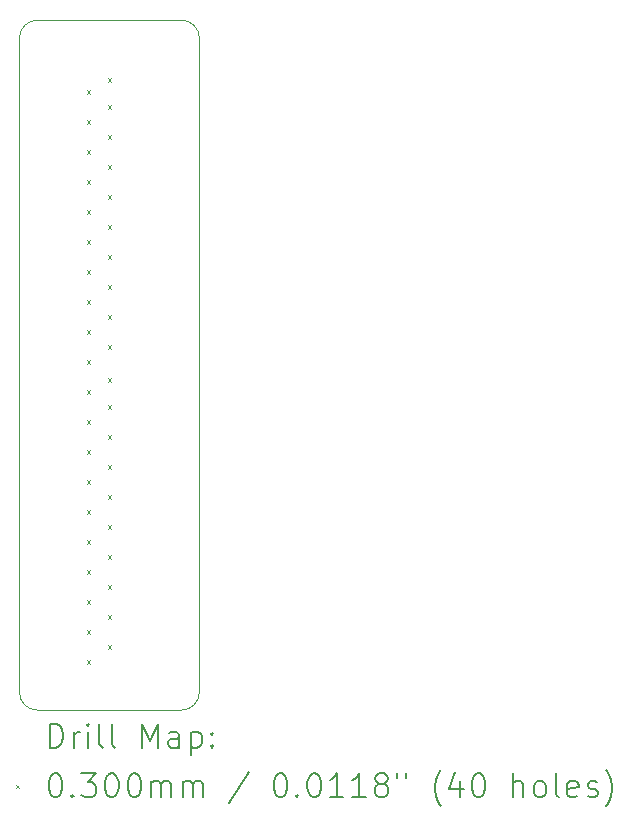
<source format=gbr>
%TF.GenerationSoftware,KiCad,Pcbnew,8.0.1*%
%TF.CreationDate,2024-07-14T19:31:35+02:00*%
%TF.ProjectId,IDE40-40,49444534-302d-4343-902e-6b696361645f,1*%
%TF.SameCoordinates,Original*%
%TF.FileFunction,Drillmap*%
%TF.FilePolarity,Positive*%
%FSLAX45Y45*%
G04 Gerber Fmt 4.5, Leading zero omitted, Abs format (unit mm)*
G04 Created by KiCad (PCBNEW 8.0.1) date 2024-07-14 19:31:35*
%MOMM*%
%LPD*%
G01*
G04 APERTURE LIST*
%ADD10C,0.050000*%
%ADD11C,0.100000*%
%ADD12C,0.200000*%
G04 APERTURE END LIST*
D10*
X11938000Y-5486400D02*
X11938000Y-11023600D01*
X13462000Y-5486400D02*
X13462000Y-11023600D01*
X13309600Y-5334000D02*
G75*
G02*
X13462000Y-5486400I0J-152400D01*
G01*
X12090400Y-11176000D02*
G75*
G02*
X11938000Y-11023600I0J152400D01*
G01*
X11938000Y-5486400D02*
G75*
G02*
X12090400Y-5334000I152400J0D01*
G01*
D11*
X12090400Y-11176000D02*
X13309600Y-11176000D01*
D10*
X13462000Y-11023600D02*
G75*
G02*
X13309600Y-11176000I-152400J0D01*
G01*
D11*
X12090400Y-5334000D02*
X13309600Y-5334000D01*
D12*
D11*
X12507200Y-5928600D02*
X12537200Y-5958600D01*
X12537200Y-5928600D02*
X12507200Y-5958600D01*
X12507200Y-6182600D02*
X12537200Y-6212600D01*
X12537200Y-6182600D02*
X12507200Y-6212600D01*
X12507200Y-6436600D02*
X12537200Y-6466600D01*
X12537200Y-6436600D02*
X12507200Y-6466600D01*
X12507200Y-6690600D02*
X12537200Y-6720600D01*
X12537200Y-6690600D02*
X12507200Y-6720600D01*
X12507200Y-6944600D02*
X12537200Y-6974600D01*
X12537200Y-6944600D02*
X12507200Y-6974600D01*
X12507200Y-7198600D02*
X12537200Y-7228600D01*
X12537200Y-7198600D02*
X12507200Y-7228600D01*
X12507200Y-7452600D02*
X12537200Y-7482600D01*
X12537200Y-7452600D02*
X12507200Y-7482600D01*
X12507200Y-7706600D02*
X12537200Y-7736600D01*
X12537200Y-7706600D02*
X12507200Y-7736600D01*
X12507200Y-7960600D02*
X12537200Y-7990600D01*
X12537200Y-7960600D02*
X12507200Y-7990600D01*
X12507200Y-8214600D02*
X12537200Y-8244600D01*
X12537200Y-8214600D02*
X12507200Y-8244600D01*
X12507200Y-8468600D02*
X12537200Y-8498600D01*
X12537200Y-8468600D02*
X12507200Y-8498600D01*
X12507200Y-8722600D02*
X12537200Y-8752600D01*
X12537200Y-8722600D02*
X12507200Y-8752600D01*
X12507200Y-8976600D02*
X12537200Y-9006600D01*
X12537200Y-8976600D02*
X12507200Y-9006600D01*
X12507200Y-9230600D02*
X12537200Y-9260600D01*
X12537200Y-9230600D02*
X12507200Y-9260600D01*
X12507200Y-9484600D02*
X12537200Y-9514600D01*
X12537200Y-9484600D02*
X12507200Y-9514600D01*
X12507200Y-9738600D02*
X12537200Y-9768600D01*
X12537200Y-9738600D02*
X12507200Y-9768600D01*
X12507200Y-9992600D02*
X12537200Y-10022600D01*
X12537200Y-9992600D02*
X12507200Y-10022600D01*
X12507200Y-10246600D02*
X12537200Y-10276600D01*
X12537200Y-10246600D02*
X12507200Y-10276600D01*
X12507200Y-10500600D02*
X12537200Y-10530600D01*
X12537200Y-10500600D02*
X12507200Y-10530600D01*
X12507200Y-10754600D02*
X12537200Y-10784600D01*
X12537200Y-10754600D02*
X12507200Y-10784600D01*
X12685000Y-5827000D02*
X12715000Y-5857000D01*
X12715000Y-5827000D02*
X12685000Y-5857000D01*
X12685000Y-6055600D02*
X12715000Y-6085600D01*
X12715000Y-6055600D02*
X12685000Y-6085600D01*
X12685000Y-6309600D02*
X12715000Y-6339600D01*
X12715000Y-6309600D02*
X12685000Y-6339600D01*
X12685000Y-6563600D02*
X12715000Y-6593600D01*
X12715000Y-6563600D02*
X12685000Y-6593600D01*
X12685000Y-6817600D02*
X12715000Y-6847600D01*
X12715000Y-6817600D02*
X12685000Y-6847600D01*
X12685000Y-7071600D02*
X12715000Y-7101600D01*
X12715000Y-7071600D02*
X12685000Y-7101600D01*
X12685000Y-7325600D02*
X12715000Y-7355600D01*
X12715000Y-7325600D02*
X12685000Y-7355600D01*
X12685000Y-7579600D02*
X12715000Y-7609600D01*
X12715000Y-7579600D02*
X12685000Y-7609600D01*
X12685000Y-7833600D02*
X12715000Y-7863600D01*
X12715000Y-7833600D02*
X12685000Y-7863600D01*
X12685000Y-8087600D02*
X12715000Y-8117600D01*
X12715000Y-8087600D02*
X12685000Y-8117600D01*
X12685000Y-8367000D02*
X12715000Y-8397000D01*
X12715000Y-8367000D02*
X12685000Y-8397000D01*
X12685000Y-8595600D02*
X12715000Y-8625600D01*
X12715000Y-8595600D02*
X12685000Y-8625600D01*
X12685000Y-8849600D02*
X12715000Y-8879600D01*
X12715000Y-8849600D02*
X12685000Y-8879600D01*
X12685000Y-9103600D02*
X12715000Y-9133600D01*
X12715000Y-9103600D02*
X12685000Y-9133600D01*
X12685000Y-9357600D02*
X12715000Y-9387600D01*
X12715000Y-9357600D02*
X12685000Y-9387600D01*
X12685000Y-9611600D02*
X12715000Y-9641600D01*
X12715000Y-9611600D02*
X12685000Y-9641600D01*
X12685000Y-9865600D02*
X12715000Y-9895600D01*
X12715000Y-9865600D02*
X12685000Y-9895600D01*
X12685000Y-10119600D02*
X12715000Y-10149600D01*
X12715000Y-10119600D02*
X12685000Y-10149600D01*
X12685000Y-10373600D02*
X12715000Y-10403600D01*
X12715000Y-10373600D02*
X12685000Y-10403600D01*
X12685000Y-10627600D02*
X12715000Y-10657600D01*
X12715000Y-10627600D02*
X12685000Y-10657600D01*
D12*
X12196277Y-11492484D02*
X12196277Y-11292484D01*
X12196277Y-11292484D02*
X12243896Y-11292484D01*
X12243896Y-11292484D02*
X12272467Y-11302008D01*
X12272467Y-11302008D02*
X12291515Y-11321055D01*
X12291515Y-11321055D02*
X12301039Y-11340103D01*
X12301039Y-11340103D02*
X12310562Y-11378198D01*
X12310562Y-11378198D02*
X12310562Y-11406769D01*
X12310562Y-11406769D02*
X12301039Y-11444865D01*
X12301039Y-11444865D02*
X12291515Y-11463912D01*
X12291515Y-11463912D02*
X12272467Y-11482960D01*
X12272467Y-11482960D02*
X12243896Y-11492484D01*
X12243896Y-11492484D02*
X12196277Y-11492484D01*
X12396277Y-11492484D02*
X12396277Y-11359150D01*
X12396277Y-11397246D02*
X12405801Y-11378198D01*
X12405801Y-11378198D02*
X12415324Y-11368674D01*
X12415324Y-11368674D02*
X12434372Y-11359150D01*
X12434372Y-11359150D02*
X12453420Y-11359150D01*
X12520086Y-11492484D02*
X12520086Y-11359150D01*
X12520086Y-11292484D02*
X12510562Y-11302008D01*
X12510562Y-11302008D02*
X12520086Y-11311531D01*
X12520086Y-11311531D02*
X12529610Y-11302008D01*
X12529610Y-11302008D02*
X12520086Y-11292484D01*
X12520086Y-11292484D02*
X12520086Y-11311531D01*
X12643896Y-11492484D02*
X12624848Y-11482960D01*
X12624848Y-11482960D02*
X12615324Y-11463912D01*
X12615324Y-11463912D02*
X12615324Y-11292484D01*
X12748658Y-11492484D02*
X12729610Y-11482960D01*
X12729610Y-11482960D02*
X12720086Y-11463912D01*
X12720086Y-11463912D02*
X12720086Y-11292484D01*
X12977229Y-11492484D02*
X12977229Y-11292484D01*
X12977229Y-11292484D02*
X13043896Y-11435341D01*
X13043896Y-11435341D02*
X13110562Y-11292484D01*
X13110562Y-11292484D02*
X13110562Y-11492484D01*
X13291515Y-11492484D02*
X13291515Y-11387722D01*
X13291515Y-11387722D02*
X13281991Y-11368674D01*
X13281991Y-11368674D02*
X13262943Y-11359150D01*
X13262943Y-11359150D02*
X13224848Y-11359150D01*
X13224848Y-11359150D02*
X13205801Y-11368674D01*
X13291515Y-11482960D02*
X13272467Y-11492484D01*
X13272467Y-11492484D02*
X13224848Y-11492484D01*
X13224848Y-11492484D02*
X13205801Y-11482960D01*
X13205801Y-11482960D02*
X13196277Y-11463912D01*
X13196277Y-11463912D02*
X13196277Y-11444865D01*
X13196277Y-11444865D02*
X13205801Y-11425817D01*
X13205801Y-11425817D02*
X13224848Y-11416293D01*
X13224848Y-11416293D02*
X13272467Y-11416293D01*
X13272467Y-11416293D02*
X13291515Y-11406769D01*
X13386753Y-11359150D02*
X13386753Y-11559150D01*
X13386753Y-11368674D02*
X13405801Y-11359150D01*
X13405801Y-11359150D02*
X13443896Y-11359150D01*
X13443896Y-11359150D02*
X13462943Y-11368674D01*
X13462943Y-11368674D02*
X13472467Y-11378198D01*
X13472467Y-11378198D02*
X13481991Y-11397246D01*
X13481991Y-11397246D02*
X13481991Y-11454388D01*
X13481991Y-11454388D02*
X13472467Y-11473436D01*
X13472467Y-11473436D02*
X13462943Y-11482960D01*
X13462943Y-11482960D02*
X13443896Y-11492484D01*
X13443896Y-11492484D02*
X13405801Y-11492484D01*
X13405801Y-11492484D02*
X13386753Y-11482960D01*
X13567705Y-11473436D02*
X13577229Y-11482960D01*
X13577229Y-11482960D02*
X13567705Y-11492484D01*
X13567705Y-11492484D02*
X13558182Y-11482960D01*
X13558182Y-11482960D02*
X13567705Y-11473436D01*
X13567705Y-11473436D02*
X13567705Y-11492484D01*
X13567705Y-11368674D02*
X13577229Y-11378198D01*
X13577229Y-11378198D02*
X13567705Y-11387722D01*
X13567705Y-11387722D02*
X13558182Y-11378198D01*
X13558182Y-11378198D02*
X13567705Y-11368674D01*
X13567705Y-11368674D02*
X13567705Y-11387722D01*
D11*
X11905500Y-11806000D02*
X11935500Y-11836000D01*
X11935500Y-11806000D02*
X11905500Y-11836000D01*
D12*
X12234372Y-11712484D02*
X12253420Y-11712484D01*
X12253420Y-11712484D02*
X12272467Y-11722008D01*
X12272467Y-11722008D02*
X12281991Y-11731531D01*
X12281991Y-11731531D02*
X12291515Y-11750579D01*
X12291515Y-11750579D02*
X12301039Y-11788674D01*
X12301039Y-11788674D02*
X12301039Y-11836293D01*
X12301039Y-11836293D02*
X12291515Y-11874388D01*
X12291515Y-11874388D02*
X12281991Y-11893436D01*
X12281991Y-11893436D02*
X12272467Y-11902960D01*
X12272467Y-11902960D02*
X12253420Y-11912484D01*
X12253420Y-11912484D02*
X12234372Y-11912484D01*
X12234372Y-11912484D02*
X12215324Y-11902960D01*
X12215324Y-11902960D02*
X12205801Y-11893436D01*
X12205801Y-11893436D02*
X12196277Y-11874388D01*
X12196277Y-11874388D02*
X12186753Y-11836293D01*
X12186753Y-11836293D02*
X12186753Y-11788674D01*
X12186753Y-11788674D02*
X12196277Y-11750579D01*
X12196277Y-11750579D02*
X12205801Y-11731531D01*
X12205801Y-11731531D02*
X12215324Y-11722008D01*
X12215324Y-11722008D02*
X12234372Y-11712484D01*
X12386753Y-11893436D02*
X12396277Y-11902960D01*
X12396277Y-11902960D02*
X12386753Y-11912484D01*
X12386753Y-11912484D02*
X12377229Y-11902960D01*
X12377229Y-11902960D02*
X12386753Y-11893436D01*
X12386753Y-11893436D02*
X12386753Y-11912484D01*
X12462943Y-11712484D02*
X12586753Y-11712484D01*
X12586753Y-11712484D02*
X12520086Y-11788674D01*
X12520086Y-11788674D02*
X12548658Y-11788674D01*
X12548658Y-11788674D02*
X12567705Y-11798198D01*
X12567705Y-11798198D02*
X12577229Y-11807722D01*
X12577229Y-11807722D02*
X12586753Y-11826769D01*
X12586753Y-11826769D02*
X12586753Y-11874388D01*
X12586753Y-11874388D02*
X12577229Y-11893436D01*
X12577229Y-11893436D02*
X12567705Y-11902960D01*
X12567705Y-11902960D02*
X12548658Y-11912484D01*
X12548658Y-11912484D02*
X12491515Y-11912484D01*
X12491515Y-11912484D02*
X12472467Y-11902960D01*
X12472467Y-11902960D02*
X12462943Y-11893436D01*
X12710562Y-11712484D02*
X12729610Y-11712484D01*
X12729610Y-11712484D02*
X12748658Y-11722008D01*
X12748658Y-11722008D02*
X12758182Y-11731531D01*
X12758182Y-11731531D02*
X12767705Y-11750579D01*
X12767705Y-11750579D02*
X12777229Y-11788674D01*
X12777229Y-11788674D02*
X12777229Y-11836293D01*
X12777229Y-11836293D02*
X12767705Y-11874388D01*
X12767705Y-11874388D02*
X12758182Y-11893436D01*
X12758182Y-11893436D02*
X12748658Y-11902960D01*
X12748658Y-11902960D02*
X12729610Y-11912484D01*
X12729610Y-11912484D02*
X12710562Y-11912484D01*
X12710562Y-11912484D02*
X12691515Y-11902960D01*
X12691515Y-11902960D02*
X12681991Y-11893436D01*
X12681991Y-11893436D02*
X12672467Y-11874388D01*
X12672467Y-11874388D02*
X12662943Y-11836293D01*
X12662943Y-11836293D02*
X12662943Y-11788674D01*
X12662943Y-11788674D02*
X12672467Y-11750579D01*
X12672467Y-11750579D02*
X12681991Y-11731531D01*
X12681991Y-11731531D02*
X12691515Y-11722008D01*
X12691515Y-11722008D02*
X12710562Y-11712484D01*
X12901039Y-11712484D02*
X12920086Y-11712484D01*
X12920086Y-11712484D02*
X12939134Y-11722008D01*
X12939134Y-11722008D02*
X12948658Y-11731531D01*
X12948658Y-11731531D02*
X12958182Y-11750579D01*
X12958182Y-11750579D02*
X12967705Y-11788674D01*
X12967705Y-11788674D02*
X12967705Y-11836293D01*
X12967705Y-11836293D02*
X12958182Y-11874388D01*
X12958182Y-11874388D02*
X12948658Y-11893436D01*
X12948658Y-11893436D02*
X12939134Y-11902960D01*
X12939134Y-11902960D02*
X12920086Y-11912484D01*
X12920086Y-11912484D02*
X12901039Y-11912484D01*
X12901039Y-11912484D02*
X12881991Y-11902960D01*
X12881991Y-11902960D02*
X12872467Y-11893436D01*
X12872467Y-11893436D02*
X12862943Y-11874388D01*
X12862943Y-11874388D02*
X12853420Y-11836293D01*
X12853420Y-11836293D02*
X12853420Y-11788674D01*
X12853420Y-11788674D02*
X12862943Y-11750579D01*
X12862943Y-11750579D02*
X12872467Y-11731531D01*
X12872467Y-11731531D02*
X12881991Y-11722008D01*
X12881991Y-11722008D02*
X12901039Y-11712484D01*
X13053420Y-11912484D02*
X13053420Y-11779150D01*
X13053420Y-11798198D02*
X13062943Y-11788674D01*
X13062943Y-11788674D02*
X13081991Y-11779150D01*
X13081991Y-11779150D02*
X13110563Y-11779150D01*
X13110563Y-11779150D02*
X13129610Y-11788674D01*
X13129610Y-11788674D02*
X13139134Y-11807722D01*
X13139134Y-11807722D02*
X13139134Y-11912484D01*
X13139134Y-11807722D02*
X13148658Y-11788674D01*
X13148658Y-11788674D02*
X13167705Y-11779150D01*
X13167705Y-11779150D02*
X13196277Y-11779150D01*
X13196277Y-11779150D02*
X13215324Y-11788674D01*
X13215324Y-11788674D02*
X13224848Y-11807722D01*
X13224848Y-11807722D02*
X13224848Y-11912484D01*
X13320086Y-11912484D02*
X13320086Y-11779150D01*
X13320086Y-11798198D02*
X13329610Y-11788674D01*
X13329610Y-11788674D02*
X13348658Y-11779150D01*
X13348658Y-11779150D02*
X13377229Y-11779150D01*
X13377229Y-11779150D02*
X13396277Y-11788674D01*
X13396277Y-11788674D02*
X13405801Y-11807722D01*
X13405801Y-11807722D02*
X13405801Y-11912484D01*
X13405801Y-11807722D02*
X13415324Y-11788674D01*
X13415324Y-11788674D02*
X13434372Y-11779150D01*
X13434372Y-11779150D02*
X13462943Y-11779150D01*
X13462943Y-11779150D02*
X13481991Y-11788674D01*
X13481991Y-11788674D02*
X13491515Y-11807722D01*
X13491515Y-11807722D02*
X13491515Y-11912484D01*
X13881991Y-11702960D02*
X13710563Y-11960103D01*
X14139134Y-11712484D02*
X14158182Y-11712484D01*
X14158182Y-11712484D02*
X14177229Y-11722008D01*
X14177229Y-11722008D02*
X14186753Y-11731531D01*
X14186753Y-11731531D02*
X14196277Y-11750579D01*
X14196277Y-11750579D02*
X14205801Y-11788674D01*
X14205801Y-11788674D02*
X14205801Y-11836293D01*
X14205801Y-11836293D02*
X14196277Y-11874388D01*
X14196277Y-11874388D02*
X14186753Y-11893436D01*
X14186753Y-11893436D02*
X14177229Y-11902960D01*
X14177229Y-11902960D02*
X14158182Y-11912484D01*
X14158182Y-11912484D02*
X14139134Y-11912484D01*
X14139134Y-11912484D02*
X14120086Y-11902960D01*
X14120086Y-11902960D02*
X14110563Y-11893436D01*
X14110563Y-11893436D02*
X14101039Y-11874388D01*
X14101039Y-11874388D02*
X14091515Y-11836293D01*
X14091515Y-11836293D02*
X14091515Y-11788674D01*
X14091515Y-11788674D02*
X14101039Y-11750579D01*
X14101039Y-11750579D02*
X14110563Y-11731531D01*
X14110563Y-11731531D02*
X14120086Y-11722008D01*
X14120086Y-11722008D02*
X14139134Y-11712484D01*
X14291515Y-11893436D02*
X14301039Y-11902960D01*
X14301039Y-11902960D02*
X14291515Y-11912484D01*
X14291515Y-11912484D02*
X14281991Y-11902960D01*
X14281991Y-11902960D02*
X14291515Y-11893436D01*
X14291515Y-11893436D02*
X14291515Y-11912484D01*
X14424848Y-11712484D02*
X14443896Y-11712484D01*
X14443896Y-11712484D02*
X14462944Y-11722008D01*
X14462944Y-11722008D02*
X14472467Y-11731531D01*
X14472467Y-11731531D02*
X14481991Y-11750579D01*
X14481991Y-11750579D02*
X14491515Y-11788674D01*
X14491515Y-11788674D02*
X14491515Y-11836293D01*
X14491515Y-11836293D02*
X14481991Y-11874388D01*
X14481991Y-11874388D02*
X14472467Y-11893436D01*
X14472467Y-11893436D02*
X14462944Y-11902960D01*
X14462944Y-11902960D02*
X14443896Y-11912484D01*
X14443896Y-11912484D02*
X14424848Y-11912484D01*
X14424848Y-11912484D02*
X14405801Y-11902960D01*
X14405801Y-11902960D02*
X14396277Y-11893436D01*
X14396277Y-11893436D02*
X14386753Y-11874388D01*
X14386753Y-11874388D02*
X14377229Y-11836293D01*
X14377229Y-11836293D02*
X14377229Y-11788674D01*
X14377229Y-11788674D02*
X14386753Y-11750579D01*
X14386753Y-11750579D02*
X14396277Y-11731531D01*
X14396277Y-11731531D02*
X14405801Y-11722008D01*
X14405801Y-11722008D02*
X14424848Y-11712484D01*
X14681991Y-11912484D02*
X14567706Y-11912484D01*
X14624848Y-11912484D02*
X14624848Y-11712484D01*
X14624848Y-11712484D02*
X14605801Y-11741055D01*
X14605801Y-11741055D02*
X14586753Y-11760103D01*
X14586753Y-11760103D02*
X14567706Y-11769627D01*
X14872467Y-11912484D02*
X14758182Y-11912484D01*
X14815325Y-11912484D02*
X14815325Y-11712484D01*
X14815325Y-11712484D02*
X14796277Y-11741055D01*
X14796277Y-11741055D02*
X14777229Y-11760103D01*
X14777229Y-11760103D02*
X14758182Y-11769627D01*
X14986753Y-11798198D02*
X14967706Y-11788674D01*
X14967706Y-11788674D02*
X14958182Y-11779150D01*
X14958182Y-11779150D02*
X14948658Y-11760103D01*
X14948658Y-11760103D02*
X14948658Y-11750579D01*
X14948658Y-11750579D02*
X14958182Y-11731531D01*
X14958182Y-11731531D02*
X14967706Y-11722008D01*
X14967706Y-11722008D02*
X14986753Y-11712484D01*
X14986753Y-11712484D02*
X15024848Y-11712484D01*
X15024848Y-11712484D02*
X15043896Y-11722008D01*
X15043896Y-11722008D02*
X15053420Y-11731531D01*
X15053420Y-11731531D02*
X15062944Y-11750579D01*
X15062944Y-11750579D02*
X15062944Y-11760103D01*
X15062944Y-11760103D02*
X15053420Y-11779150D01*
X15053420Y-11779150D02*
X15043896Y-11788674D01*
X15043896Y-11788674D02*
X15024848Y-11798198D01*
X15024848Y-11798198D02*
X14986753Y-11798198D01*
X14986753Y-11798198D02*
X14967706Y-11807722D01*
X14967706Y-11807722D02*
X14958182Y-11817246D01*
X14958182Y-11817246D02*
X14948658Y-11836293D01*
X14948658Y-11836293D02*
X14948658Y-11874388D01*
X14948658Y-11874388D02*
X14958182Y-11893436D01*
X14958182Y-11893436D02*
X14967706Y-11902960D01*
X14967706Y-11902960D02*
X14986753Y-11912484D01*
X14986753Y-11912484D02*
X15024848Y-11912484D01*
X15024848Y-11912484D02*
X15043896Y-11902960D01*
X15043896Y-11902960D02*
X15053420Y-11893436D01*
X15053420Y-11893436D02*
X15062944Y-11874388D01*
X15062944Y-11874388D02*
X15062944Y-11836293D01*
X15062944Y-11836293D02*
X15053420Y-11817246D01*
X15053420Y-11817246D02*
X15043896Y-11807722D01*
X15043896Y-11807722D02*
X15024848Y-11798198D01*
X15139134Y-11712484D02*
X15139134Y-11750579D01*
X15215325Y-11712484D02*
X15215325Y-11750579D01*
X15510563Y-11988674D02*
X15501039Y-11979150D01*
X15501039Y-11979150D02*
X15481991Y-11950579D01*
X15481991Y-11950579D02*
X15472468Y-11931531D01*
X15472468Y-11931531D02*
X15462944Y-11902960D01*
X15462944Y-11902960D02*
X15453420Y-11855341D01*
X15453420Y-11855341D02*
X15453420Y-11817246D01*
X15453420Y-11817246D02*
X15462944Y-11769627D01*
X15462944Y-11769627D02*
X15472468Y-11741055D01*
X15472468Y-11741055D02*
X15481991Y-11722008D01*
X15481991Y-11722008D02*
X15501039Y-11693436D01*
X15501039Y-11693436D02*
X15510563Y-11683912D01*
X15672468Y-11779150D02*
X15672468Y-11912484D01*
X15624848Y-11702960D02*
X15577229Y-11845817D01*
X15577229Y-11845817D02*
X15701039Y-11845817D01*
X15815325Y-11712484D02*
X15834372Y-11712484D01*
X15834372Y-11712484D02*
X15853420Y-11722008D01*
X15853420Y-11722008D02*
X15862944Y-11731531D01*
X15862944Y-11731531D02*
X15872468Y-11750579D01*
X15872468Y-11750579D02*
X15881991Y-11788674D01*
X15881991Y-11788674D02*
X15881991Y-11836293D01*
X15881991Y-11836293D02*
X15872468Y-11874388D01*
X15872468Y-11874388D02*
X15862944Y-11893436D01*
X15862944Y-11893436D02*
X15853420Y-11902960D01*
X15853420Y-11902960D02*
X15834372Y-11912484D01*
X15834372Y-11912484D02*
X15815325Y-11912484D01*
X15815325Y-11912484D02*
X15796277Y-11902960D01*
X15796277Y-11902960D02*
X15786753Y-11893436D01*
X15786753Y-11893436D02*
X15777229Y-11874388D01*
X15777229Y-11874388D02*
X15767706Y-11836293D01*
X15767706Y-11836293D02*
X15767706Y-11788674D01*
X15767706Y-11788674D02*
X15777229Y-11750579D01*
X15777229Y-11750579D02*
X15786753Y-11731531D01*
X15786753Y-11731531D02*
X15796277Y-11722008D01*
X15796277Y-11722008D02*
X15815325Y-11712484D01*
X16120087Y-11912484D02*
X16120087Y-11712484D01*
X16205801Y-11912484D02*
X16205801Y-11807722D01*
X16205801Y-11807722D02*
X16196277Y-11788674D01*
X16196277Y-11788674D02*
X16177230Y-11779150D01*
X16177230Y-11779150D02*
X16148658Y-11779150D01*
X16148658Y-11779150D02*
X16129610Y-11788674D01*
X16129610Y-11788674D02*
X16120087Y-11798198D01*
X16329610Y-11912484D02*
X16310563Y-11902960D01*
X16310563Y-11902960D02*
X16301039Y-11893436D01*
X16301039Y-11893436D02*
X16291515Y-11874388D01*
X16291515Y-11874388D02*
X16291515Y-11817246D01*
X16291515Y-11817246D02*
X16301039Y-11798198D01*
X16301039Y-11798198D02*
X16310563Y-11788674D01*
X16310563Y-11788674D02*
X16329610Y-11779150D01*
X16329610Y-11779150D02*
X16358182Y-11779150D01*
X16358182Y-11779150D02*
X16377230Y-11788674D01*
X16377230Y-11788674D02*
X16386753Y-11798198D01*
X16386753Y-11798198D02*
X16396277Y-11817246D01*
X16396277Y-11817246D02*
X16396277Y-11874388D01*
X16396277Y-11874388D02*
X16386753Y-11893436D01*
X16386753Y-11893436D02*
X16377230Y-11902960D01*
X16377230Y-11902960D02*
X16358182Y-11912484D01*
X16358182Y-11912484D02*
X16329610Y-11912484D01*
X16510563Y-11912484D02*
X16491515Y-11902960D01*
X16491515Y-11902960D02*
X16481991Y-11883912D01*
X16481991Y-11883912D02*
X16481991Y-11712484D01*
X16662944Y-11902960D02*
X16643896Y-11912484D01*
X16643896Y-11912484D02*
X16605801Y-11912484D01*
X16605801Y-11912484D02*
X16586753Y-11902960D01*
X16586753Y-11902960D02*
X16577230Y-11883912D01*
X16577230Y-11883912D02*
X16577230Y-11807722D01*
X16577230Y-11807722D02*
X16586753Y-11788674D01*
X16586753Y-11788674D02*
X16605801Y-11779150D01*
X16605801Y-11779150D02*
X16643896Y-11779150D01*
X16643896Y-11779150D02*
X16662944Y-11788674D01*
X16662944Y-11788674D02*
X16672468Y-11807722D01*
X16672468Y-11807722D02*
X16672468Y-11826769D01*
X16672468Y-11826769D02*
X16577230Y-11845817D01*
X16748658Y-11902960D02*
X16767706Y-11912484D01*
X16767706Y-11912484D02*
X16805801Y-11912484D01*
X16805801Y-11912484D02*
X16824849Y-11902960D01*
X16824849Y-11902960D02*
X16834373Y-11883912D01*
X16834373Y-11883912D02*
X16834373Y-11874388D01*
X16834373Y-11874388D02*
X16824849Y-11855341D01*
X16824849Y-11855341D02*
X16805801Y-11845817D01*
X16805801Y-11845817D02*
X16777230Y-11845817D01*
X16777230Y-11845817D02*
X16758182Y-11836293D01*
X16758182Y-11836293D02*
X16748658Y-11817246D01*
X16748658Y-11817246D02*
X16748658Y-11807722D01*
X16748658Y-11807722D02*
X16758182Y-11788674D01*
X16758182Y-11788674D02*
X16777230Y-11779150D01*
X16777230Y-11779150D02*
X16805801Y-11779150D01*
X16805801Y-11779150D02*
X16824849Y-11788674D01*
X16901039Y-11988674D02*
X16910563Y-11979150D01*
X16910563Y-11979150D02*
X16929611Y-11950579D01*
X16929611Y-11950579D02*
X16939134Y-11931531D01*
X16939134Y-11931531D02*
X16948658Y-11902960D01*
X16948658Y-11902960D02*
X16958182Y-11855341D01*
X16958182Y-11855341D02*
X16958182Y-11817246D01*
X16958182Y-11817246D02*
X16948658Y-11769627D01*
X16948658Y-11769627D02*
X16939134Y-11741055D01*
X16939134Y-11741055D02*
X16929611Y-11722008D01*
X16929611Y-11722008D02*
X16910563Y-11693436D01*
X16910563Y-11693436D02*
X16901039Y-11683912D01*
M02*

</source>
